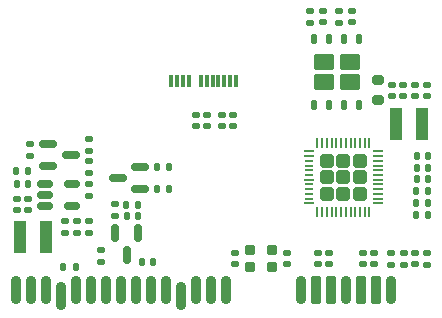
<source format=gbr>
%TF.GenerationSoftware,KiCad,Pcbnew,(6.0.0)*%
%TF.CreationDate,2022-03-04T19:12:44+08:00*%
%TF.ProjectId,USB3G2_SATA3_Bridge(JMS580),55534233-4732-45f5-9341-5441335f4272,rev?*%
%TF.SameCoordinates,Original*%
%TF.FileFunction,Paste,Top*%
%TF.FilePolarity,Positive*%
%FSLAX46Y46*%
G04 Gerber Fmt 4.6, Leading zero omitted, Abs format (unit mm)*
G04 Created by KiCad (PCBNEW (6.0.0)) date 2022-03-04 19:12:44*
%MOMM*%
%LPD*%
G01*
G04 APERTURE LIST*
G04 Aperture macros list*
%AMRoundRect*
0 Rectangle with rounded corners*
0 $1 Rounding radius*
0 $2 $3 $4 $5 $6 $7 $8 $9 X,Y pos of 4 corners*
0 Add a 4 corners polygon primitive as box body*
4,1,4,$2,$3,$4,$5,$6,$7,$8,$9,$2,$3,0*
0 Add four circle primitives for the rounded corners*
1,1,$1+$1,$2,$3*
1,1,$1+$1,$4,$5*
1,1,$1+$1,$6,$7*
1,1,$1+$1,$8,$9*
0 Add four rect primitives between the rounded corners*
20,1,$1+$1,$2,$3,$4,$5,0*
20,1,$1+$1,$4,$5,$6,$7,0*
20,1,$1+$1,$6,$7,$8,$9,0*
20,1,$1+$1,$8,$9,$2,$3,0*%
G04 Aperture macros list end*
%ADD10RoundRect,0.140000X0.170000X-0.140000X0.170000X0.140000X-0.170000X0.140000X-0.170000X-0.140000X0*%
%ADD11R,1.000000X2.700000*%
%ADD12RoundRect,0.200000X-0.250000X0.200000X-0.250000X-0.200000X0.250000X-0.200000X0.250000X0.200000X0*%
%ADD13RoundRect,0.135000X-0.185000X0.135000X-0.185000X-0.135000X0.185000X-0.135000X0.185000X0.135000X0*%
%ADD14RoundRect,0.250000X0.615000X-0.435000X0.615000X0.435000X-0.615000X0.435000X-0.615000X-0.435000X0*%
%ADD15RoundRect,0.125000X0.125000X-0.325000X0.125000X0.325000X-0.125000X0.325000X-0.125000X-0.325000X0*%
%ADD16RoundRect,0.135000X0.135000X0.185000X-0.135000X0.185000X-0.135000X-0.185000X0.135000X-0.185000X0*%
%ADD17RoundRect,0.140000X-0.140000X-0.170000X0.140000X-0.170000X0.140000X0.170000X-0.140000X0.170000X0*%
%ADD18RoundRect,0.200000X0.275000X-0.200000X0.275000X0.200000X-0.275000X0.200000X-0.275000X-0.200000X0*%
%ADD19R,0.300000X1.025880*%
%ADD20RoundRect,0.140000X-0.170000X0.140000X-0.170000X-0.140000X0.170000X-0.140000X0.170000X0.140000X0*%
%ADD21RoundRect,0.135000X-0.135000X-0.185000X0.135000X-0.185000X0.135000X0.185000X-0.135000X0.185000X0*%
%ADD22RoundRect,0.135000X0.185000X-0.135000X0.185000X0.135000X-0.185000X0.135000X-0.185000X-0.135000X0*%
%ADD23RoundRect,0.150000X0.587500X0.150000X-0.587500X0.150000X-0.587500X-0.150000X0.587500X-0.150000X0*%
%ADD24RoundRect,0.150000X-0.587500X-0.150000X0.587500X-0.150000X0.587500X0.150000X-0.587500X0.150000X0*%
%ADD25RoundRect,0.150000X-0.512500X-0.150000X0.512500X-0.150000X0.512500X0.150000X-0.512500X0.150000X0*%
%ADD26RoundRect,0.140000X0.140000X0.170000X-0.140000X0.170000X-0.140000X-0.170000X0.140000X-0.170000X0*%
%ADD27RoundRect,0.250000X-0.330000X0.330000X-0.330000X-0.330000X0.330000X-0.330000X0.330000X0.330000X0*%
%ADD28RoundRect,0.050000X-0.050000X0.350000X-0.050000X-0.350000X0.050000X-0.350000X0.050000X0.350000X0*%
%ADD29RoundRect,0.050000X-0.350000X0.050000X-0.350000X-0.050000X0.350000X-0.050000X0.350000X0.050000X0*%
%ADD30R,0.800000X0.200000*%
%ADD31RoundRect,0.147500X-0.172500X0.147500X-0.172500X-0.147500X0.172500X-0.147500X0.172500X0.147500X0*%
%ADD32RoundRect,0.150000X-0.150000X0.587500X-0.150000X-0.587500X0.150000X-0.587500X0.150000X0.587500X0*%
%ADD33O,0.900000X2.400000*%
%ADD34RoundRect,0.225000X-0.225000X-0.975000X0.225000X-0.975000X0.225000X0.975000X-0.225000X0.975000X0*%
G04 APERTURE END LIST*
D10*
%TO.C,C14*%
X132684999Y-74700000D03*
X132684999Y-73740000D03*
%TD*%
D11*
%TO.C,L1*%
X151784999Y-74510000D03*
X149584999Y-74510000D03*
%TD*%
D12*
%TO.C,Y1*%
X139089999Y-85175000D03*
X137239999Y-85175000D03*
X137239999Y-86625000D03*
X139089999Y-86625000D03*
%TD*%
D13*
%TO.C,R10*%
X124620000Y-85200000D03*
X124620000Y-86220000D03*
%TD*%
D14*
%TO.C,U1*%
X143545000Y-69270000D03*
X145695000Y-69270000D03*
X143545000Y-70970000D03*
X145695000Y-70970000D03*
D15*
X142715000Y-72920000D03*
X143985000Y-72920000D03*
X145255000Y-72920000D03*
X146525000Y-72920000D03*
X146525000Y-67320000D03*
X145255000Y-67320000D03*
X143985000Y-67320000D03*
X142715000Y-67320000D03*
%TD*%
D10*
%TO.C,C34*%
X122600000Y-83720000D03*
X122600000Y-82760000D03*
%TD*%
D16*
%TO.C,R2*%
X122480000Y-86620000D03*
X121460000Y-86620000D03*
%TD*%
D11*
%TO.C,L2*%
X117810000Y-84070000D03*
X120010000Y-84070000D03*
%TD*%
D13*
%TO.C,R17*%
X118620000Y-76200000D03*
X118620000Y-77220000D03*
%TD*%
D17*
%TO.C,C24*%
X126800000Y-82280000D03*
X127760000Y-82280000D03*
%TD*%
D13*
%TO.C,R19*%
X123660000Y-77680000D03*
X123660000Y-78700000D03*
%TD*%
%TO.C,R3*%
X149184999Y-85410000D03*
X149184999Y-86430000D03*
%TD*%
D18*
%TO.C,R1*%
X148060000Y-72495000D03*
X148060000Y-70845000D03*
%TD*%
D19*
%TO.C,J2*%
X136084999Y-70885000D03*
X135584999Y-70885000D03*
X135084999Y-70885000D03*
X134584999Y-70885000D03*
X134084999Y-70885000D03*
X133584999Y-70885000D03*
X133084999Y-70885000D03*
X132084999Y-70885000D03*
X131584999Y-70885000D03*
X131084999Y-70885000D03*
X130584999Y-70885000D03*
%TD*%
D10*
%TO.C,C11*%
X134874999Y-74700000D03*
X134874999Y-73740000D03*
%TD*%
D20*
%TO.C,C6*%
X147734999Y-85420000D03*
X147734999Y-86380000D03*
%TD*%
D10*
%TO.C,C33*%
X121590003Y-83720000D03*
X121590003Y-82760000D03*
%TD*%
D21*
%TO.C,R4*%
X129360000Y-78150000D03*
X130380000Y-78150000D03*
%TD*%
D22*
%TO.C,R7*%
X152234999Y-86430000D03*
X152234999Y-85410000D03*
%TD*%
D23*
%TO.C,Q1*%
X127927500Y-80060000D03*
X127927500Y-78160000D03*
X126052500Y-79110000D03*
%TD*%
D24*
%TO.C,Q3*%
X120192500Y-76200000D03*
X120192500Y-78100000D03*
X122067500Y-77150000D03*
%TD*%
D17*
%TO.C,C18*%
X151364999Y-79220000D03*
X152324999Y-79220000D03*
%TD*%
D25*
%TO.C,U3*%
X119872500Y-79600000D03*
X119872500Y-80550000D03*
X119872500Y-81500000D03*
X122147500Y-81500000D03*
X122147500Y-79600000D03*
%TD*%
D10*
%TO.C,C3*%
X151240000Y-72160000D03*
X151240000Y-71200000D03*
%TD*%
D13*
%TO.C,R8*%
X125860000Y-81330000D03*
X125860000Y-82350000D03*
%TD*%
D10*
%TO.C,C5*%
X152200000Y-72160000D03*
X152200000Y-71200000D03*
%TD*%
D20*
%TO.C,C9*%
X143004999Y-85420000D03*
X143004999Y-86380000D03*
%TD*%
D22*
%TO.C,R12*%
X144830000Y-65950000D03*
X144830000Y-64930000D03*
%TD*%
D13*
%TO.C,R14*%
X150254998Y-85410000D03*
X150254998Y-86430000D03*
%TD*%
D20*
%TO.C,C15*%
X149250000Y-71200000D03*
X149250000Y-72160000D03*
%TD*%
D13*
%TO.C,R20*%
X123660000Y-75760000D03*
X123660000Y-76780000D03*
%TD*%
D20*
%TO.C,C31*%
X140374999Y-85420000D03*
X140374999Y-86380000D03*
%TD*%
D10*
%TO.C,C12*%
X135794999Y-74700000D03*
X135794999Y-73740000D03*
%TD*%
%TO.C,C32*%
X135954999Y-86380000D03*
X135954999Y-85420000D03*
%TD*%
D16*
%TO.C,R16*%
X118480000Y-78540000D03*
X117460000Y-78540000D03*
%TD*%
D13*
%TO.C,R11*%
X142360000Y-64930000D03*
X142360000Y-65950000D03*
%TD*%
D20*
%TO.C,C8*%
X143924999Y-85420000D03*
X143924999Y-86380000D03*
%TD*%
%TO.C,C4*%
X150170000Y-71200000D03*
X150170000Y-72160000D03*
%TD*%
D16*
%TO.C,R6*%
X130380000Y-80060000D03*
X129360000Y-80060000D03*
%TD*%
D20*
%TO.C,C30*%
X143400000Y-64960000D03*
X143400000Y-65920000D03*
%TD*%
%TO.C,C7*%
X146814999Y-85420000D03*
X146814999Y-86380000D03*
%TD*%
D26*
%TO.C,C16*%
X152324999Y-77270000D03*
X151364999Y-77270000D03*
%TD*%
D27*
%TO.C,U2*%
X146594999Y-79050000D03*
X145164999Y-79050000D03*
X146594999Y-77620000D03*
X145164999Y-77620000D03*
X146594999Y-80480000D03*
X143734999Y-80480000D03*
X143734999Y-77620000D03*
X143734999Y-79050000D03*
X145164999Y-80480000D03*
D28*
X147364999Y-76100000D03*
X146964999Y-76100000D03*
X146564999Y-76100000D03*
X146164999Y-76100000D03*
X145764999Y-76100000D03*
X145364999Y-76100000D03*
X144964999Y-76100000D03*
X144564999Y-76100000D03*
X144164999Y-76100000D03*
X143764999Y-76100000D03*
X143364999Y-76100000D03*
X142964999Y-76100000D03*
D29*
X142214999Y-76850000D03*
X142214999Y-77250000D03*
D30*
X142214999Y-77650000D03*
X142214999Y-78050000D03*
X142214999Y-78450000D03*
X142214999Y-78850000D03*
D29*
X142214999Y-79250000D03*
D30*
X142214999Y-79650000D03*
X142214999Y-80050000D03*
X142214999Y-80450000D03*
X142214999Y-80450000D03*
X142214999Y-80850000D03*
D29*
X142214999Y-81250000D03*
D28*
X142964999Y-82000000D03*
X143364999Y-82000000D03*
X143764999Y-82000000D03*
X144164999Y-82000000D03*
X144564999Y-82000000D03*
X144964999Y-82000000D03*
X145364999Y-82000000D03*
X145764999Y-82000000D03*
X146164999Y-82000000D03*
X146564999Y-82000000D03*
X146964999Y-82000000D03*
X147364999Y-82000000D03*
D29*
X148114999Y-81250000D03*
X148114999Y-80850000D03*
X148114999Y-80450000D03*
X148114999Y-80050000D03*
X148114999Y-79650000D03*
X148114999Y-79250000D03*
X148114999Y-78850000D03*
X148114999Y-78450000D03*
X148114999Y-78050000D03*
X148114999Y-77650000D03*
X148114999Y-77250000D03*
X148114999Y-76850000D03*
%TD*%
D31*
%TO.C,D1*%
X145900000Y-64944952D03*
X145900000Y-65914952D03*
%TD*%
D26*
%TO.C,C17*%
X152324999Y-78220000D03*
X151364999Y-78220000D03*
%TD*%
D10*
%TO.C,C1*%
X123630000Y-83730000D03*
X123630000Y-82770000D03*
%TD*%
D20*
%TO.C,C36*%
X118440000Y-80860000D03*
X118440000Y-81820000D03*
%TD*%
%TO.C,C37*%
X117510000Y-80859999D03*
X117510000Y-81819999D03*
%TD*%
D26*
%TO.C,C35*%
X118450000Y-79600000D03*
X117490000Y-79600000D03*
%TD*%
D10*
%TO.C,C13*%
X133604999Y-74700000D03*
X133604999Y-73740000D03*
%TD*%
D21*
%TO.C,R15*%
X151324999Y-82240000D03*
X152344999Y-82240000D03*
%TD*%
D32*
%TO.C,Q2*%
X127760000Y-83782500D03*
X125860000Y-83782500D03*
X126810000Y-85657500D03*
%TD*%
D13*
%TO.C,R18*%
X123660000Y-79600000D03*
X123660000Y-80620000D03*
%TD*%
D21*
%TO.C,R13*%
X151334999Y-81240000D03*
X152354999Y-81240000D03*
%TD*%
%TO.C,R5*%
X151334999Y-80210000D03*
X152354999Y-80210000D03*
%TD*%
D17*
%TO.C,C10*%
X128070000Y-86180000D03*
X129030000Y-86180000D03*
%TD*%
D16*
%TO.C,R9*%
X127780000Y-81360000D03*
X126760000Y-81360000D03*
%TD*%
D33*
%TO.C,J1*%
X135212536Y-88611400D03*
X133942294Y-88611400D03*
X132672056Y-88611400D03*
X131401818Y-89111400D03*
X130131580Y-88611400D03*
X128861342Y-88611400D03*
X127591104Y-88611400D03*
X126320866Y-88611400D03*
X125050628Y-88611400D03*
X123780390Y-88611400D03*
X122510152Y-88611400D03*
X121239914Y-89111400D03*
X119969676Y-88611400D03*
X118699438Y-88611400D03*
X117429200Y-88611400D03*
X149179200Y-88611400D03*
D34*
X147909200Y-88611400D03*
X146639200Y-88611400D03*
D33*
X145369200Y-88611400D03*
D34*
X144099200Y-88611400D03*
X142829200Y-88611400D03*
D33*
X141559200Y-88611400D03*
%TD*%
D10*
%TO.C,C19*%
X151254998Y-86400000D03*
X151254998Y-85440000D03*
%TD*%
M02*

</source>
